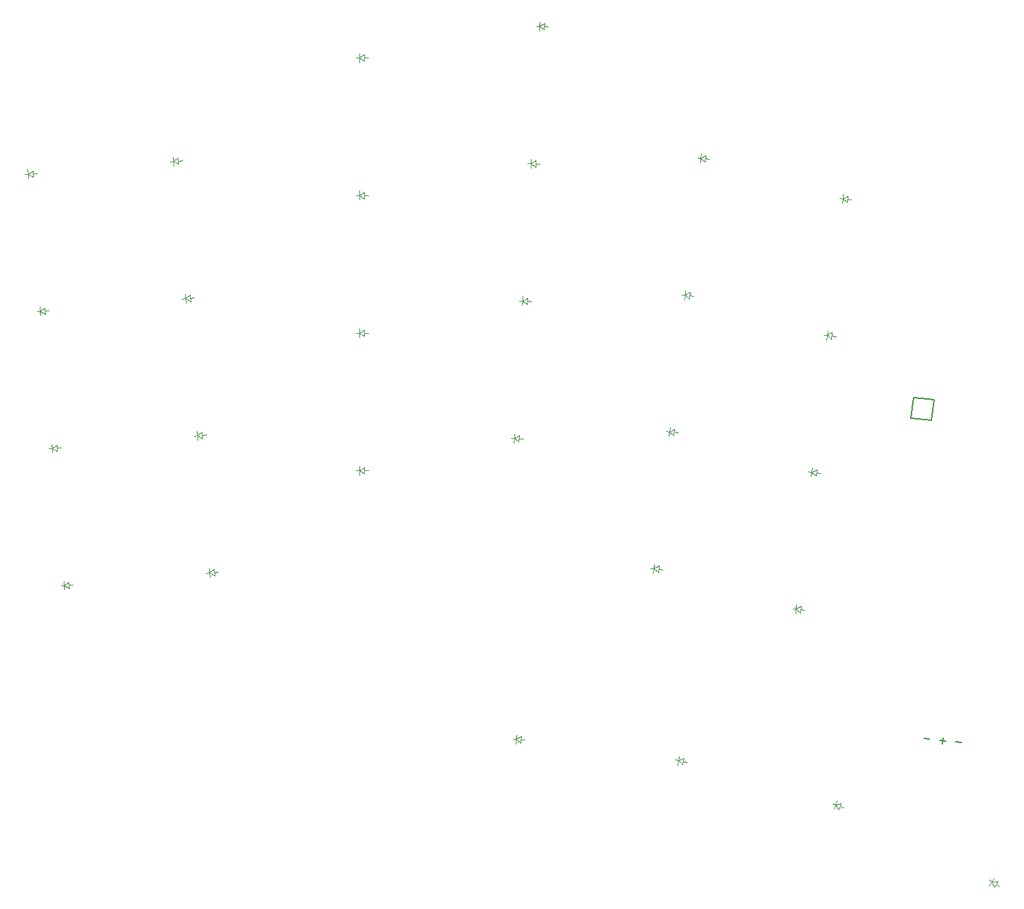
<source format=gbr>
%TF.GenerationSoftware,KiCad,Pcbnew,8.0.5-8.0.5-0~ubuntu22.04.1*%
%TF.CreationDate,2024-10-07T14:19:06+02:00*%
%TF.ProjectId,KeyboardV0,4b657962-6f61-4726-9456-302e6b696361,v1.0.0*%
%TF.SameCoordinates,Original*%
%TF.FileFunction,Legend,Top*%
%TF.FilePolarity,Positive*%
%FSLAX46Y46*%
G04 Gerber Fmt 4.6, Leading zero omitted, Abs format (unit mm)*
G04 Created by KiCad (PCBNEW 8.0.5-8.0.5-0~ubuntu22.04.1) date 2024-10-07 14:19:06*
%MOMM*%
%LPD*%
G01*
G04 APERTURE LIST*
%ADD10C,0.150000*%
%ADD11C,0.100000*%
G04 APERTURE END LIST*
D10*
X257086116Y-161653679D02*
X257843123Y-161739929D01*
X257421494Y-162075308D02*
X257507744Y-161318301D01*
X259073260Y-161880085D02*
X259830267Y-161966335D01*
X255098972Y-161427272D02*
X255855979Y-161513522D01*
D11*
%TO.C,D1*%
X149595381Y-142506751D02*
X150093478Y-142463173D01*
X149630243Y-142905229D02*
X148997664Y-142559045D01*
X149560518Y-142108273D02*
X149630243Y-142905229D01*
X148997664Y-142559045D02*
X149560518Y-142108273D01*
X148997664Y-142559045D02*
X149045600Y-143106952D01*
X148997664Y-142559045D02*
X148949728Y-142011137D01*
X148599186Y-142593907D02*
X148997664Y-142559045D01*
%TO.C,D2*%
X148113733Y-125571441D02*
X148611830Y-125527863D01*
X148148595Y-125969919D02*
X147516016Y-125623735D01*
X148078870Y-125172963D02*
X148148595Y-125969919D01*
X147516016Y-125623735D02*
X148078870Y-125172963D01*
X147516016Y-125623735D02*
X147563952Y-126171642D01*
X147516016Y-125623735D02*
X147468080Y-125075827D01*
X147117538Y-125658597D02*
X147516016Y-125623735D01*
%TO.C,D3*%
X146632086Y-108636131D02*
X147130183Y-108592553D01*
X146666948Y-109034609D02*
X146034369Y-108688425D01*
X146597223Y-108237653D02*
X146666948Y-109034609D01*
X146034369Y-108688425D02*
X146597223Y-108237653D01*
X146034369Y-108688425D02*
X146082305Y-109236332D01*
X146034369Y-108688425D02*
X145986433Y-108140517D01*
X145635891Y-108723287D02*
X146034369Y-108688425D01*
%TO.C,D4*%
X145150438Y-91700821D02*
X145648535Y-91657243D01*
X145185300Y-92099299D02*
X144552721Y-91753115D01*
X145115575Y-91302343D02*
X145185300Y-92099299D01*
X144552721Y-91753115D02*
X145115575Y-91302343D01*
X144552721Y-91753115D02*
X144600657Y-92301022D01*
X144552721Y-91753115D02*
X144504785Y-91205207D01*
X144154243Y-91787977D02*
X144552721Y-91753115D01*
%TO.C,D5*%
X167526886Y-140937947D02*
X168024983Y-140894369D01*
X167561748Y-141336425D02*
X166929169Y-140990241D01*
X167492023Y-140539469D02*
X167561748Y-141336425D01*
X166929169Y-140990241D02*
X167492023Y-140539469D01*
X166929169Y-140990241D02*
X166977105Y-141538148D01*
X166929169Y-140990241D02*
X166881233Y-140442333D01*
X166530691Y-141025103D02*
X166929169Y-140990241D01*
%TO.C,D6*%
X166045238Y-124002638D02*
X166543335Y-123959060D01*
X166080100Y-124401116D02*
X165447521Y-124054932D01*
X166010375Y-123604160D02*
X166080100Y-124401116D01*
X165447521Y-124054932D02*
X166010375Y-123604160D01*
X165447521Y-124054932D02*
X165495457Y-124602839D01*
X165447521Y-124054932D02*
X165399585Y-123507024D01*
X165049043Y-124089794D02*
X165447521Y-124054932D01*
%TO.C,D7*%
X164563590Y-107067328D02*
X165061687Y-107023750D01*
X164598452Y-107465806D02*
X163965873Y-107119622D01*
X164528727Y-106668850D02*
X164598452Y-107465806D01*
X163965873Y-107119622D02*
X164528727Y-106668850D01*
X163965873Y-107119622D02*
X164013809Y-107667529D01*
X163965873Y-107119622D02*
X163917937Y-106571714D01*
X163567395Y-107154484D02*
X163965873Y-107119622D01*
%TO.C,D8*%
X163081943Y-90132018D02*
X163580040Y-90088440D01*
X163116805Y-90530496D02*
X162484226Y-90184312D01*
X163047080Y-89733540D02*
X163116805Y-90530496D01*
X162484226Y-90184312D02*
X163047080Y-89733540D01*
X162484226Y-90184312D02*
X162532162Y-90732219D01*
X162484226Y-90184312D02*
X162436290Y-89636404D01*
X162085748Y-90219174D02*
X162484226Y-90184312D01*
%TO.C,D9*%
X186025853Y-128366199D02*
X186525853Y-128366199D01*
X186025853Y-128766199D02*
X185425853Y-128366199D01*
X186025853Y-127966199D02*
X186025853Y-128766199D01*
X185425853Y-128366199D02*
X186025853Y-127966199D01*
X185425853Y-128366199D02*
X185425853Y-128916199D01*
X185425853Y-128366199D02*
X185425853Y-127816199D01*
X185025853Y-128366199D02*
X185425853Y-128366199D01*
%TO.C,D10*%
X186025853Y-111366199D02*
X186525853Y-111366199D01*
X186025853Y-111766199D02*
X185425853Y-111366199D01*
X186025853Y-110966199D02*
X186025853Y-111766199D01*
X185425853Y-111366199D02*
X186025853Y-110966199D01*
X185425853Y-111366199D02*
X185425853Y-111916199D01*
X185425853Y-111366199D02*
X185425853Y-110816199D01*
X185025853Y-111366199D02*
X185425853Y-111366199D01*
%TO.C,D11*%
X186025853Y-94366199D02*
X186525853Y-94366199D01*
X186025853Y-94766199D02*
X185425853Y-94366199D01*
X186025853Y-93966199D02*
X186025853Y-94766199D01*
X185425853Y-94366199D02*
X186025853Y-93966199D01*
X185425853Y-94366199D02*
X185425853Y-94916199D01*
X185425853Y-94366199D02*
X185425853Y-93816199D01*
X185025853Y-94366199D02*
X185425853Y-94366199D01*
%TO.C,D12*%
X186025853Y-77366199D02*
X186525853Y-77366199D01*
X186025853Y-77766199D02*
X185425853Y-77366199D01*
X186025853Y-76966199D02*
X186025853Y-77766199D01*
X185425853Y-77366199D02*
X186025853Y-76966199D01*
X185425853Y-77366199D02*
X185425853Y-77916199D01*
X185425853Y-77366199D02*
X185425853Y-76816199D01*
X185025853Y-77366199D02*
X185425853Y-77366199D01*
%TO.C,D13*%
X205154785Y-124415967D02*
X205653852Y-124446491D01*
X205130365Y-124815221D02*
X204555904Y-124379338D01*
X205179204Y-124016713D02*
X205130365Y-124815221D01*
X204555904Y-124379338D02*
X205179204Y-124016713D01*
X204555904Y-124379338D02*
X204522327Y-124928312D01*
X204555904Y-124379338D02*
X204589481Y-123830364D01*
X204156650Y-124354919D02*
X204555904Y-124379338D01*
%TO.C,D14*%
X206192611Y-107447675D02*
X206691678Y-107478199D01*
X206168191Y-107846929D02*
X205593730Y-107411046D01*
X206217030Y-107048421D02*
X206168191Y-107846929D01*
X205593730Y-107411046D02*
X206217030Y-107048421D01*
X205593730Y-107411046D02*
X205560153Y-107960020D01*
X205593730Y-107411046D02*
X205627307Y-106862072D01*
X205194476Y-107386627D02*
X205593730Y-107411046D01*
%TO.C,D15*%
X207230436Y-90479383D02*
X207729503Y-90509907D01*
X207206016Y-90878637D02*
X206631555Y-90442754D01*
X207254855Y-90080129D02*
X207206016Y-90878637D01*
X206631555Y-90442754D02*
X207254855Y-90080129D01*
X206631555Y-90442754D02*
X206597978Y-90991728D01*
X206631555Y-90442754D02*
X206665132Y-89893780D01*
X206232301Y-90418335D02*
X206631555Y-90442754D01*
%TO.C,D16*%
X208268261Y-73511092D02*
X208767328Y-73541616D01*
X208243841Y-73910346D02*
X207669380Y-73474463D01*
X208292680Y-73111838D02*
X208243841Y-73910346D01*
X207669380Y-73474463D02*
X208292680Y-73111838D01*
X207669380Y-73474463D02*
X207635803Y-74023437D01*
X207669380Y-73474463D02*
X207702957Y-72925489D01*
X207270126Y-73450044D02*
X207669380Y-73474463D01*
%TO.C,D17*%
X222386884Y-140515872D02*
X222883670Y-140572473D01*
X222341603Y-140913301D02*
X221790741Y-140447950D01*
X222432165Y-140118443D02*
X222341603Y-140913301D01*
X221790741Y-140447950D02*
X222432165Y-140118443D01*
X221790741Y-140447950D02*
X221728479Y-140994414D01*
X221790741Y-140447950D02*
X221853003Y-139901485D01*
X221393312Y-140402669D02*
X221790741Y-140447950D01*
%TO.C,D18*%
X224311339Y-123625150D02*
X224808125Y-123681751D01*
X224266058Y-124022579D02*
X223715196Y-123557228D01*
X224356620Y-123227721D02*
X224266058Y-124022579D01*
X223715196Y-123557228D02*
X224356620Y-123227721D01*
X223715196Y-123557228D02*
X223652934Y-124103692D01*
X223715196Y-123557228D02*
X223777458Y-123010763D01*
X223317767Y-123511947D02*
X223715196Y-123557228D01*
%TO.C,D19*%
X226235793Y-106734429D02*
X226732579Y-106791030D01*
X226190512Y-107131858D02*
X225639650Y-106666507D01*
X226281074Y-106337000D02*
X226190512Y-107131858D01*
X225639650Y-106666507D02*
X226281074Y-106337000D01*
X225639650Y-106666507D02*
X225577388Y-107212971D01*
X225639650Y-106666507D02*
X225701912Y-106120042D01*
X225242221Y-106621226D02*
X225639650Y-106666507D01*
%TO.C,D20*%
X228160248Y-89843707D02*
X228657034Y-89900308D01*
X228114967Y-90241136D02*
X227564105Y-89775785D01*
X228205529Y-89446278D02*
X228114967Y-90241136D01*
X227564105Y-89775785D02*
X228205529Y-89446278D01*
X227564105Y-89775785D02*
X227501843Y-90322249D01*
X227564105Y-89775785D02*
X227626367Y-89229320D01*
X227166676Y-89730504D02*
X227564105Y-89775785D01*
%TO.C,D21*%
X239931568Y-145534245D02*
X240428354Y-145590846D01*
X239886287Y-145931674D02*
X239335425Y-145466323D01*
X239976849Y-145136816D02*
X239886287Y-145931674D01*
X239335425Y-145466323D02*
X239976849Y-145136816D01*
X239335425Y-145466323D02*
X239273163Y-146012787D01*
X239335425Y-145466323D02*
X239397687Y-144919858D01*
X238937996Y-145421042D02*
X239335425Y-145466323D01*
%TO.C,D22*%
X241856022Y-128643524D02*
X242352808Y-128700125D01*
X241810741Y-129040953D02*
X241259879Y-128575602D01*
X241901303Y-128246095D02*
X241810741Y-129040953D01*
X241259879Y-128575602D02*
X241901303Y-128246095D01*
X241259879Y-128575602D02*
X241197617Y-129122066D01*
X241259879Y-128575602D02*
X241322141Y-128029137D01*
X240862450Y-128530321D02*
X241259879Y-128575602D01*
%TO.C,D23*%
X243780477Y-111752802D02*
X244277263Y-111809403D01*
X243735196Y-112150231D02*
X243184334Y-111684880D01*
X243825758Y-111355373D02*
X243735196Y-112150231D01*
X243184334Y-111684880D02*
X243825758Y-111355373D01*
X243184334Y-111684880D02*
X243122072Y-112231344D01*
X243184334Y-111684880D02*
X243246596Y-111138415D01*
X242786905Y-111639599D02*
X243184334Y-111684880D01*
%TO.C,D24*%
X245704932Y-94862081D02*
X246201718Y-94918682D01*
X245659651Y-95259510D02*
X245108789Y-94794159D01*
X245750213Y-94464652D02*
X245659651Y-95259510D01*
X245108789Y-94794159D02*
X245750213Y-94464652D01*
X245108789Y-94794159D02*
X245046527Y-95340623D01*
X245108789Y-94794159D02*
X245171051Y-94247694D01*
X244711360Y-94748878D02*
X245108789Y-94794159D01*
%TO.C,D25*%
X205385222Y-161599389D02*
X205884289Y-161629913D01*
X205360802Y-161998643D02*
X204786341Y-161562760D01*
X205409641Y-161200135D02*
X205360802Y-161998643D01*
X204786341Y-161562760D02*
X205409641Y-161200135D01*
X204786341Y-161562760D02*
X204752764Y-162111734D01*
X204786341Y-161562760D02*
X204819918Y-161013786D01*
X204387087Y-161538341D02*
X204786341Y-161562760D01*
%TO.C,D26*%
X225419151Y-164304507D02*
X225909114Y-164404191D01*
X225339404Y-164696477D02*
X224831196Y-164184886D01*
X225498898Y-163912537D02*
X225339404Y-164696477D01*
X224831196Y-164184886D02*
X225498898Y-163912537D01*
X224831196Y-164184886D02*
X224721544Y-164723845D01*
X224831196Y-164184886D02*
X224940849Y-163645928D01*
X224439226Y-164105139D02*
X224831196Y-164184886D01*
%TO.C,D27*%
X244799482Y-169840629D02*
X245270803Y-170007532D01*
X244665960Y-170217685D02*
X244233897Y-169640345D01*
X244933005Y-169463572D02*
X244665960Y-170217685D01*
X244233897Y-169640345D02*
X244933005Y-169463572D01*
X244233897Y-169640345D02*
X244050304Y-170158797D01*
X244233897Y-169640345D02*
X244417491Y-169121892D01*
X243856841Y-169506822D02*
X244233897Y-169640345D01*
%TO.C,D28*%
X264026733Y-179458944D02*
X264448429Y-179727594D01*
X263811813Y-179796300D02*
X263520698Y-179136564D01*
X264241653Y-179121587D02*
X263811813Y-179796300D01*
X263520698Y-179136564D02*
X264241653Y-179121587D01*
X263520698Y-179136564D02*
X263225183Y-179600429D01*
X263520698Y-179136564D02*
X263816213Y-178672699D01*
X263183341Y-178921644D02*
X263520698Y-179136564D01*
D10*
%TO.C,MCU1*%
X256368708Y-119638521D02*
X256081172Y-122162193D01*
X256368708Y-119638521D02*
X253845035Y-119350984D01*
X256081172Y-122162193D02*
X253557499Y-121874657D01*
X253557499Y-121874657D02*
X253845035Y-119350984D01*
%TD*%
M02*

</source>
